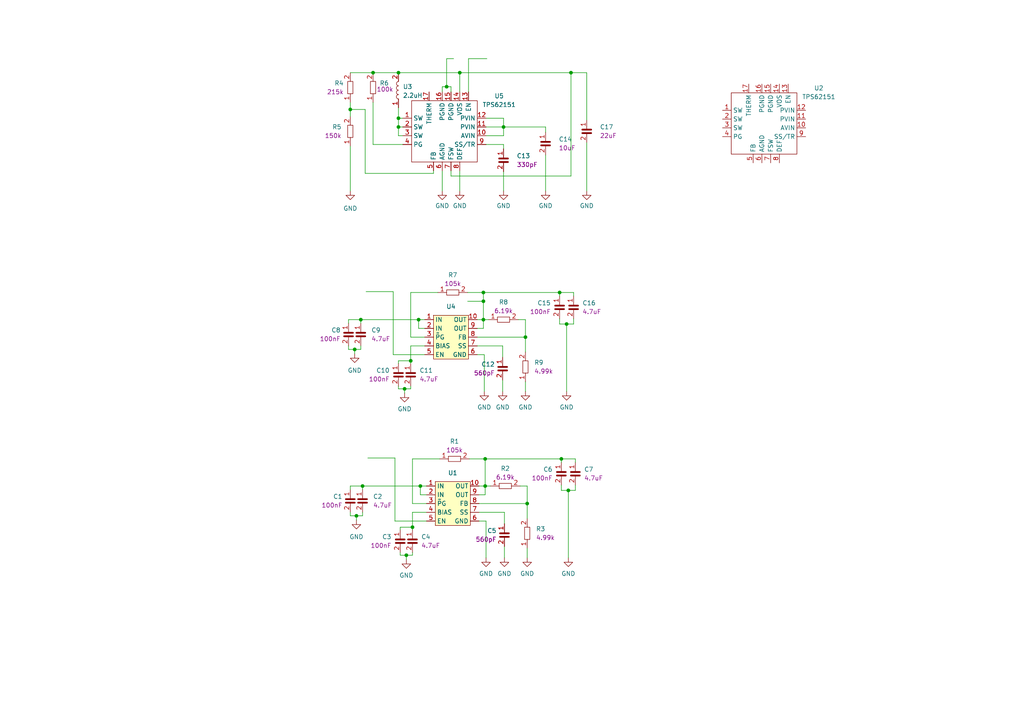
<source format=kicad_sch>
(kicad_sch (version 20230121) (generator eeschema)
  (paper "A4")
  (lib_symbols
    (symbol "Jojos_Lib:C0402_100nF_50V" (pin_names (offset 1.016))
      (property "Reference" "C" (at -3.81 0 90))
      (property "Val" "100nF" (at 3.81 0 90))
      (symbol "C0402_100nF_50V_1_1"
        (polyline (pts (xy -1.27 -0.508) (xy 1.27 -0.508)) (stroke (width 0.508)))
        (polyline (pts (xy -1.27 0.508) (xy 1.27 0.508)) (stroke (width 0.508)))
        (pin passive line (at 0 3.302 270) (length 2.54) (name "~") (number "1"))
        (pin passive line (at 0 -3.302 90) (length 2.54) (name "~") (number "2"))
      )
    )
    (symbol "Jojos_Lib:C0402_10uF_6.3V" (pin_names (offset 1.016))
      (property "Reference" "C" (at -3.81 0 90))
      (property "Val" "10uF" (at 3.81 0 90))
      (symbol "C0402_10uF_6.3V_1_1"
        (polyline (pts (xy -1.27 -0.508) (xy 1.27 -0.508)) (stroke (width 0.508)))
        (polyline (pts (xy -1.27 0.508) (xy 1.27 0.508)) (stroke (width 0.508)))
        (pin passive line (at 0 3.302 270) (length 2.54) (name "~") (number "1"))
        (pin passive line (at 0 -3.302 90) (length 2.54) (name "~") (number "2"))
      )
    )
    (symbol "Jojos_Lib:C0402_22uF_6.3V" (pin_names (offset 1.016))
      (property "Reference" "C" (at -3.81 0 90))
      (property "Val" "22uF" (at 3.81 0 90))
      (symbol "C0402_22uF_6.3V_1_1"
        (polyline (pts (xy -1.27 -0.508) (xy 1.27 -0.508)) (stroke (width 0.508)))
        (polyline (pts (xy -1.27 0.508) (xy 1.27 0.508)) (stroke (width 0.508)))
        (pin passive line (at 0 3.302 270) (length 2.54) (name "~") (number "1"))
        (pin passive line (at 0 -3.302 90) (length 2.54) (name "~") (number "2"))
      )
    )
    (symbol "Jojos_Lib:C0402_330pF_25V" (pin_names (offset 1.016))
      (property "Reference" "C" (at -3.81 0 90))
      (property "Val" "330pF" (at 3.81 0 90))
      (symbol "C0402_330pF_25V_1_1"
        (polyline (pts (xy -1.27 -0.508) (xy 1.27 -0.508)) (stroke (width 0.508)))
        (polyline (pts (xy -1.27 0.508) (xy 1.27 0.508)) (stroke (width 0.508)))
        (pin passive line (at 0 3.302 270) (length 2.54) (name "~") (number "1"))
        (pin passive line (at 0 -3.302 90) (length 2.54) (name "~") (number "2"))
      )
    )
    (symbol "Jojos_Lib:C0402_4.7uF_6.3V" (pin_names (offset 1.016))
      (property "Reference" "C" (at -3.81 0 90))
      (property "Val" "4.7uF" (at 3.81 0 90))
      (symbol "C0402_4.7uF_6.3V_1_1"
        (polyline (pts (xy -1.27 -0.508) (xy 1.27 -0.508)) (stroke (width 0.508)))
        (polyline (pts (xy -1.27 0.508) (xy 1.27 0.508)) (stroke (width 0.508)))
        (pin passive line (at 0 3.302 270) (length 2.54) (name "~") (number "1"))
        (pin passive line (at 0 -3.302 90) (length 2.54) (name "~") (number "2"))
      )
    )
    (symbol "Jojos_Lib:C0402_560pF_10V" (pin_names (offset 1.016))
      (property "Reference" "C" (at -3.81 0 90))
      (property "Val" "560pF" (at 3.81 0 90))
      (symbol "C0402_560pF_10V_1_1"
        (polyline (pts (xy -1.27 -0.508) (xy 1.27 -0.508)) (stroke (width 0.508)))
        (polyline (pts (xy -1.27 0.508) (xy 1.27 0.508)) (stroke (width 0.508)))
        (pin passive line (at 0 3.302 270) (length 2.54) (name "~") (number "1"))
        (pin passive line (at 0 -3.302 90) (length 2.54) (name "~") (number "2"))
      )
    )
    (symbol "Jojos_Lib:L2.2uH"
      (property "Reference" "U" (at -0.508 5.588 0))
      (property "Value" "2.2uH" (at -0.254 -2.54 0))
      (symbol "L2.2uH_0_1"
        (arc (start -1.27 0) (mid -1.905 0.6021) (end -2.54 0))
        (arc (start 0 0) (mid -0.635 0.5987) (end -1.27 0))
        (arc (start 1.27 0) (mid 0.635 0.5956) (end 0 0))
        (arc (start 2.54 0) (mid 1.905 0.5821) (end 1.27 0))
      )
      (symbol "L2.2uH_1_1"
        (pin input line (at -5.08 0 0) (length 2.54) (name "~") (number "1"))
        (pin input line (at 5.08 0 180) (length 2.54) (name "~") (number "2"))
      )
    )
    (symbol "Jojos_Lib:R0402_100k" (pin_names (offset 0.762))
      (property "Reference" "R" (at -0.381 2.54 0))
      (property "Val" "100k" (at 0.254 -2.54 0))
      (symbol "R0402_100k_0_1"
        (polyline (pts (xy -1.778 0.762) (xy 1.778 0.762) (xy 1.778 -0.762) (xy -1.778 -0.762) (xy -1.778 0.762)) (stroke (width 0.1524)))
      )
      (symbol "R0402_100k_1_0"
        (pin passive line (at -4.318 0 0) (length 2.54) (name "~") (number "1"))
        (pin passive line (at 4.318 0 180) (length 2.54) (name "~") (number "2"))
      )
    )
    (symbol "Jojos_Lib:R0402_105k" (pin_names (offset 0.762))
      (property "Reference" "R" (at -0.508 2.54 0))
      (property "Val" "105k" (at 0.508 -2.54 0))
      (symbol "R0402_105k_0_1"
        (polyline (pts (xy -1.778 0.762) (xy 1.778 0.762) (xy 1.778 -0.762) (xy -1.778 -0.762) (xy -1.778 0.762)) (stroke (width 0.1524)))
      )
      (symbol "R0402_105k_1_0"
        (pin passive line (at -4.318 0 0) (length 2.54) (name "~") (number "1"))
        (pin passive line (at 4.318 0 180) (length 2.54) (name "~") (number "2"))
      )
    )
    (symbol "Jojos_Lib:R0402_150k" (pin_names (offset 0.762))
      (property "Reference" "R" (at -0.635 2.54 0))
      (property "Val" "150k" (at 0 -2.54 0))
      (symbol "R0402_150k_0_1"
        (polyline (pts (xy -1.778 0.762) (xy 1.778 0.762) (xy 1.778 -0.762) (xy -1.778 -0.762) (xy -1.778 0.762)) (stroke (width 0.1524)))
      )
      (symbol "R0402_150k_1_0"
        (pin passive line (at -4.318 0 0) (length 2.54) (name "~") (number "1"))
        (pin passive line (at 4.318 0 180) (length 2.54) (name "~") (number "2"))
      )
    )
    (symbol "Jojos_Lib:R0402_215k" (pin_names (offset 0.762))
      (property "Reference" "R" (at -0.635 2.54 0))
      (property "Val" "215k" (at 0 -2.54 0))
      (symbol "R0402_215k_0_1"
        (polyline (pts (xy -1.778 0.762) (xy 1.778 0.762) (xy 1.778 -0.762) (xy -1.778 -0.762) (xy -1.778 0.762)) (stroke (width 0.1524)))
      )
      (symbol "R0402_215k_1_0"
        (pin passive line (at -4.318 0 0) (length 2.54) (name "~") (number "1"))
        (pin passive line (at 4.318 0 180) (length 2.54) (name "~") (number "2"))
      )
    )
    (symbol "Jojos_Lib:R0402_4.99k" (pin_names (offset 0.762))
      (property "Reference" "R" (at 8.255 2.54 0))
      (property "Val" "4.99k" (at 0 -2.032 0))
      (symbol "R0402_4.99k_0_1"
        (polyline (pts (xy -1.778 0.762) (xy 1.778 0.762) (xy 1.778 -0.762) (xy -1.778 -0.762) (xy -1.778 0.762)) (stroke (width 0.1524)))
      )
      (symbol "R0402_4.99k_1_0"
        (pin passive line (at -4.318 0 0) (length 2.54) (name "~") (number "1"))
        (pin passive line (at 4.318 0 180) (length 2.54) (name "~") (number "2"))
      )
    )
    (symbol "Jojos_Lib:R0402_6.19k" (pin_names (offset 0.762))
      (property "Reference" "R" (at -0.635 2.54 0))
      (property "Val" "6.19k" (at 0 -2.54 0))
      (symbol "R0402_6.19k_0_1"
        (polyline (pts (xy -1.778 0.762) (xy 1.778 0.762) (xy 1.778 -0.762) (xy -1.778 -0.762) (xy -1.778 0.762)) (stroke (width 0.1524)))
      )
      (symbol "R0402_6.19k_1_0"
        (pin passive line (at -4.318 0 0) (length 2.54) (name "~") (number "1"))
        (pin passive line (at 4.318 0 180) (length 2.54) (name "~") (number "2"))
      )
    )
    (symbol "Jojos_Lib:TPS62151"
      (property "Reference" "U" (at 0 0 0))
      (property "Value" "TPS62151" (at 2.54 -5.08 0))
      (symbol "TPS62151_0_0"
        (text_box "" (at -10.16 10.16 0) (size 19.05 -17.78) (fill (type color)) (effects (font (size 1.27 1.27)) (justify left top)))
      )
      (symbol "TPS62151_1_1"
        (pin output line (at -12.7 5.08 0) (length 2.54) (name "SW") (number "1"))
        (pin power_in line (at 11.43 0 180) (length 2.54) (name "AVIN") (number "10"))
        (pin power_in line (at 11.43 2.54 180) (length 2.54) (name "PVIN") (number "11"))
        (pin power_in line (at 11.43 5.08 180) (length 2.54) (name "PVIN") (number "12"))
        (pin input line (at 6.35 12.7 270) (length 2.54) (name "EN") (number "13"))
        (pin input line (at 3.81 12.7 270) (length 2.54) (name "VOS") (number "14"))
        (pin power_in line (at 1.27 12.7 270) (length 2.54) (name "PGND") (number "15"))
        (pin power_in line (at -1.27 12.7 270) (length 2.54) (name "PGND") (number "16"))
        (pin passive line (at -5.08 12.7 270) (length 2.54) (name "THERM") (number "17"))
        (pin output line (at -12.7 2.54 0) (length 2.54) (name "SW") (number "2"))
        (pin output line (at -12.7 0 0) (length 2.54) (name "SW") (number "3"))
        (pin output line (at -12.7 -2.54 0) (length 2.54) (name "PG") (number "4"))
        (pin input line (at -3.81 -10.16 90) (length 2.54) (name "FB") (number "5"))
        (pin power_in line (at -1.27 -10.16 90) (length 2.54) (name "AGND") (number "6"))
        (pin input line (at 1.27 -10.16 90) (length 2.54) (name "FSW") (number "7"))
        (pin input line (at 3.81 -10.16 90) (length 2.54) (name "DEF") (number "8"))
        (pin input line (at 11.43 -2.54 180) (length 2.54) (name "SS/TR") (number "9"))
      )
    )
    (symbol "Jojos_Lib:TPS74801DRCR"
      (property "Reference" "U" (at 3.81 -1.27 0))
      (symbol "TPS74801DRCR_0_1"
        (rectangle (start -1.27 5.08) (end -1.27 5.08))
      )
      (symbol "TPS74801DRCR_1_1"
        (rectangle (start -1.27 5.08) (end 8.89 -7.62) (fill (type background)))
        (pin power_in line (at -3.81 3.81 0) (length 2.54) (name "IN") (number "1"))
        (pin power_out line (at 11.43 3.81 180) (length 2.54) (name "OUT") (number "10"))
        (pin power_in line (at -3.81 1.27 0) (length 2.54) (name "IN") (number "2"))
        (pin open_collector line (at -3.81 -1.27 0) (length 2.54) (name "PG") (number "3"))
        (pin input line (at -3.81 -3.81 0) (length 2.54) (name "BIAS") (number "4"))
        (pin input line (at -3.81 -6.35 0) (length 2.54) (name "EN") (number "5"))
        (pin power_in line (at 11.43 -6.35 180) (length 2.54) (name "GND") (number "6"))
        (pin passive line (at 11.43 -3.81 180) (length 2.54) (name "SS") (number "7"))
        (pin passive line (at 11.43 -1.27 180) (length 2.54) (name "FB") (number "8"))
        (pin power_out line (at 11.43 1.27 180) (length 2.54) (name "OUT") (number "9"))
      )
    )
    (symbol "power:GND" (power) (pin_names (offset 0))
      (property "Value" "GND" (at 0 -3.81 0))
      (symbol "GND_0_1"
        (polyline (pts (xy 0 0) (xy 0 -1.27) (xy 1.27 -1.27) (xy 0 -2.54) (xy -1.27 -1.27) (xy 0 -1.27)))
      )
      (symbol "GND_1_1"
        (pin power_in line (at 0 0 270) (length 0) hide (name "GND") (number "1"))
      )
    )
  )
  (junction (at 164.338 93.98))
  (junction (at 152.908 146.05))
  (junction (at 108.204 21.082))
  (junction (at 121.92 140.97))
  (junction (at 102.87 101.346))
  (junction (at 162.306 84.836))
  (junction (at 101.6 31.75))
  (junction (at 119.634 152.908))
  (junction (at 140.716 133.096))
  (junction (at 140.208 92.71))
  (junction (at 119.126 104.648))
  (junction (at 115.57 36.83))
  (junction (at 129.54 25.146))
  (junction (at 162.814 133.096))
  (junction (at 133.35 21.082))
  (junction (at 140.208 84.836))
  (junction (at 104.648 92.71))
  (junction (at 121.412 92.71))
  (junction (at 152.4 97.79))
  (junction (at 103.378 149.606))
  (junction (at 105.156 140.97))
  (junction (at 140.208 87.376))
  (junction (at 146.05 36.83))
  (junction (at 140.716 140.97))
  (junction (at 165.608 21.082))
  (junction (at 117.856 161.036))
  (junction (at 115.57 21.082))
  (junction (at 115.57 34.29))
  (junction (at 164.846 142.24))
  (junction (at 117.348 112.776))
  (wire (pts (xy 125.73 50.292) (xy 125.73 49.53)))
  (wire (pts (xy 152.4 110.744) (xy 152.4 113.538)))
  (wire (pts (xy 119.126 84.836) (xy 119.126 97.79)))
  (wire (pts (xy 140.716 143.51) (xy 140.716 140.97)))
  (wire (pts (xy 106.172 84.582) (xy 114.046 84.582)))
  (wire (pts (xy 146.304 158.496) (xy 146.304 161.798)))
  (wire (pts (xy 152.908 146.05) (xy 152.908 150.368)))
  (wire (pts (xy 129.54 25.146) (xy 129.54 17.018)))
  (wire (pts (xy 114.046 102.87) (xy 114.046 84.582)))
  (wire (pts (xy 105.156 140.97) (xy 105.156 141.986)))
  (wire (pts (xy 119.126 104.648) (xy 119.126 105.41)))
  (wire (pts (xy 101.092 92.71) (xy 104.648 92.71)))
  (wire (pts (xy 116.078 152.908) (xy 119.634 152.908)))
  (wire (pts (xy 115.57 112.776) (xy 115.57 112.014)))
  (wire (pts (xy 105.918 31.75) (xy 105.918 50.292)))
  (wire (pts (xy 101.6 29.718) (xy 101.6 31.75)))
  (wire (pts (xy 115.57 21.082) (xy 133.35 21.082)))
  (wire (pts (xy 104.648 92.71) (xy 104.648 93.726)))
  (wire (pts (xy 119.126 97.79) (xy 123.19 97.79)))
  (wire (pts (xy 101.6 149.606) (xy 101.6 148.59)))
  (wire (pts (xy 101.6 140.97) (xy 105.156 140.97)))
  (wire (pts (xy 117.348 112.776) (xy 119.126 112.776)))
  (wire (pts (xy 121.92 140.97) (xy 123.698 140.97)))
  (wire (pts (xy 140.208 95.25) (xy 140.208 92.71)))
  (wire (pts (xy 119.634 152.908) (xy 119.634 153.67)))
  (wire (pts (xy 146.05 49.784) (xy 146.05 55.372)))
  (wire (pts (xy 103.378 149.606) (xy 103.378 150.876)))
  (wire (pts (xy 105.156 140.97) (xy 121.92 140.97)))
  (wire (pts (xy 166.37 92.456) (xy 166.37 93.98)))
  (wire (pts (xy 140.97 151.13) (xy 140.97 161.798)))
  (wire (pts (xy 115.57 31.242) (xy 115.57 34.29)))
  (wire (pts (xy 117.348 112.776) (xy 117.348 114.046)))
  (wire (pts (xy 119.634 161.036) (xy 119.634 160.274)))
  (wire (pts (xy 138.43 95.25) (xy 140.208 95.25)))
  (wire (pts (xy 119.634 133.096) (xy 119.634 146.05)))
  (wire (pts (xy 101.6 31.75) (xy 101.6 33.782)))
  (wire (pts (xy 146.05 36.83) (xy 146.05 39.37)))
  (wire (pts (xy 140.97 39.37) (xy 146.05 39.37)))
  (wire (pts (xy 162.814 140.716) (xy 162.814 142.24)))
  (wire (pts (xy 101.6 141.986) (xy 101.6 140.97)))
  (wire (pts (xy 129.54 17.018) (xy 131.572 17.018)))
  (wire (pts (xy 133.35 21.082) (xy 165.608 21.082)))
  (wire (pts (xy 130.81 49.53) (xy 130.81 51.054)))
  (wire (pts (xy 150.876 140.97) (xy 152.908 140.97)))
  (wire (pts (xy 162.306 93.98) (xy 164.338 93.98)))
  (wire (pts (xy 170.18 21.082) (xy 170.18 34.798)))
  (wire (pts (xy 117.856 161.036) (xy 119.634 161.036)))
  (wire (pts (xy 164.338 93.98) (xy 164.338 113.538)))
  (wire (pts (xy 101.6 149.606) (xy 103.378 149.606)))
  (wire (pts (xy 101.6 42.418) (xy 101.6 55.372)))
  (wire (pts (xy 145.796 100.33) (xy 145.796 103.632)))
  (wire (pts (xy 121.412 92.71) (xy 121.412 95.25)))
  (wire (pts (xy 170.18 41.402) (xy 170.18 55.372)))
  (wire (pts (xy 117.856 161.036) (xy 117.856 162.306)))
  (wire (pts (xy 146.05 36.83) (xy 146.05 34.29)))
  (wire (pts (xy 114.554 151.13) (xy 114.554 132.842)))
  (wire (pts (xy 165.608 21.082) (xy 170.18 21.082)))
  (wire (pts (xy 165.608 21.082) (xy 165.608 51.054)))
  (wire (pts (xy 115.57 104.648) (xy 119.126 104.648)))
  (wire (pts (xy 121.92 143.51) (xy 123.698 143.51)))
  (wire (pts (xy 101.092 101.346) (xy 101.092 100.33)))
  (wire (pts (xy 162.814 134.112) (xy 162.814 133.096)))
  (wire (pts (xy 145.796 110.236) (xy 145.796 113.538)))
  (wire (pts (xy 105.156 149.606) (xy 105.156 148.59)))
  (wire (pts (xy 138.43 97.79) (xy 152.4 97.79)))
  (wire (pts (xy 135.636 87.376) (xy 140.208 87.376)))
  (wire (pts (xy 133.35 26.67) (xy 133.35 21.082)))
  (wire (pts (xy 119.126 112.776) (xy 119.126 112.014)))
  (wire (pts (xy 101.092 93.726) (xy 101.092 92.71)))
  (wire (pts (xy 130.81 51.054) (xy 165.608 51.054)))
  (wire (pts (xy 103.378 149.606) (xy 105.156 149.606)))
  (wire (pts (xy 164.846 142.24) (xy 164.846 161.798)))
  (wire (pts (xy 115.57 39.37) (xy 116.84 39.37)))
  (wire (pts (xy 140.208 92.71) (xy 141.732 92.71)))
  (wire (pts (xy 115.57 34.29) (xy 116.84 34.29)))
  (wire (pts (xy 104.648 101.346) (xy 104.648 100.33)))
  (wire (pts (xy 140.208 84.836) (xy 140.208 87.376)))
  (wire (pts (xy 106.68 132.842) (xy 114.554 132.842)))
  (wire (pts (xy 129.54 25.146) (xy 128.27 25.146)))
  (wire (pts (xy 130.81 25.146) (xy 130.81 26.67)))
  (wire (pts (xy 150.368 92.71) (xy 152.4 92.71)))
  (wire (pts (xy 158.242 36.83) (xy 158.242 38.354)))
  (wire (pts (xy 127.508 133.096) (xy 119.634 133.096)))
  (wire (pts (xy 152.908 140.97) (xy 152.908 146.05)))
  (wire (pts (xy 164.846 142.24) (xy 166.878 142.24)))
  (wire (pts (xy 162.306 84.836) (xy 166.37 84.836)))
  (wire (pts (xy 136.144 133.096) (xy 140.716 133.096)))
  (wire (pts (xy 140.462 102.87) (xy 140.462 113.538)))
  (wire (pts (xy 123.19 102.87) (xy 114.046 102.87)))
  (wire (pts (xy 116.078 161.036) (xy 117.856 161.036)))
  (wire (pts (xy 138.43 100.33) (xy 145.796 100.33)))
  (wire (pts (xy 158.242 44.958) (xy 158.242 55.372)))
  (wire (pts (xy 138.938 151.13) (xy 140.97 151.13)))
  (wire (pts (xy 152.4 97.79) (xy 152.4 102.108)))
  (wire (pts (xy 119.634 152.908) (xy 119.634 148.59)))
  (wire (pts (xy 140.208 87.376) (xy 140.208 92.71)))
  (wire (pts (xy 135.636 84.836) (xy 140.208 84.836)))
  (wire (pts (xy 138.938 146.05) (xy 152.908 146.05)))
  (wire (pts (xy 108.204 41.91) (xy 116.84 41.91)))
  (wire (pts (xy 121.412 92.71) (xy 123.19 92.71)))
  (wire (pts (xy 140.97 36.83) (xy 146.05 36.83)))
  (wire (pts (xy 140.208 84.836) (xy 162.306 84.836)))
  (wire (pts (xy 105.918 50.292) (xy 125.73 50.292)))
  (wire (pts (xy 166.37 84.836) (xy 166.37 85.852)))
  (wire (pts (xy 108.204 29.718) (xy 108.204 41.91)))
  (wire (pts (xy 140.208 92.71) (xy 138.43 92.71)))
  (wire (pts (xy 119.634 146.05) (xy 123.698 146.05)))
  (wire (pts (xy 108.204 21.082) (xy 115.57 21.082)))
  (wire (pts (xy 162.306 92.456) (xy 162.306 93.98)))
  (wire (pts (xy 140.97 34.29) (xy 146.05 34.29)))
  (wire (pts (xy 146.05 41.91) (xy 140.97 41.91)))
  (wire (pts (xy 115.57 34.29) (xy 115.57 36.83)))
  (wire (pts (xy 115.57 36.83) (xy 116.84 36.83)))
  (wire (pts (xy 123.698 151.13) (xy 114.554 151.13)))
  (wire (pts (xy 133.35 49.53) (xy 133.35 55.372)))
  (wire (pts (xy 138.938 148.59) (xy 146.304 148.59)))
  (wire (pts (xy 162.814 133.096) (xy 166.878 133.096)))
  (wire (pts (xy 162.814 142.24) (xy 164.846 142.24)))
  (wire (pts (xy 116.078 161.036) (xy 116.078 160.274)))
  (wire (pts (xy 164.338 93.98) (xy 166.37 93.98)))
  (wire (pts (xy 135.89 26.67) (xy 135.89 17.018)))
  (wire (pts (xy 166.878 140.716) (xy 166.878 142.24)))
  (wire (pts (xy 101.6 31.75) (xy 105.918 31.75)))
  (wire (pts (xy 138.43 102.87) (xy 140.462 102.87)))
  (wire (pts (xy 135.89 17.018) (xy 141.224 17.018)))
  (wire (pts (xy 140.716 133.096) (xy 140.716 140.97)))
  (wire (pts (xy 119.634 148.59) (xy 123.698 148.59)))
  (wire (pts (xy 130.81 25.146) (xy 129.54 25.146)))
  (wire (pts (xy 152.908 159.004) (xy 152.908 161.798)))
  (wire (pts (xy 121.412 95.25) (xy 123.19 95.25)))
  (wire (pts (xy 101.092 101.346) (xy 102.87 101.346)))
  (wire (pts (xy 102.87 101.346) (xy 104.648 101.346)))
  (wire (pts (xy 146.05 41.91) (xy 146.05 43.18)))
  (wire (pts (xy 115.57 112.776) (xy 117.348 112.776)))
  (wire (pts (xy 104.648 92.71) (xy 121.412 92.71)))
  (wire (pts (xy 119.126 104.648) (xy 119.126 100.33)))
  (wire (pts (xy 162.306 85.852) (xy 162.306 84.836)))
  (wire (pts (xy 102.87 101.346) (xy 102.87 102.616)))
  (wire (pts (xy 128.27 25.146) (xy 128.27 26.67)))
  (wire (pts (xy 128.27 49.53) (xy 128.27 55.372)))
  (wire (pts (xy 127 84.836) (xy 119.126 84.836)))
  (wire (pts (xy 166.878 133.096) (xy 166.878 134.112)))
  (wire (pts (xy 140.716 140.97) (xy 142.24 140.97)))
  (wire (pts (xy 115.57 36.83) (xy 115.57 39.37)))
  (wire (pts (xy 116.078 153.67) (xy 116.078 152.908)))
  (wire (pts (xy 121.92 140.97) (xy 121.92 143.51)))
  (wire (pts (xy 140.716 140.97) (xy 138.938 140.97)))
  (wire (pts (xy 146.304 148.59) (xy 146.304 151.892)))
  (wire (pts (xy 140.716 133.096) (xy 162.814 133.096)))
  (wire (pts (xy 138.938 143.51) (xy 140.716 143.51)))
  (wire (pts (xy 146.05 36.83) (xy 158.242 36.83)))
  (wire (pts (xy 101.6 21.082) (xy 108.204 21.082)))
  (wire (pts (xy 115.57 105.41) (xy 115.57 104.648)))
  (wire (pts (xy 119.126 100.33) (xy 123.19 100.33)))
  (wire (pts (xy 152.4 92.71) (xy 152.4 97.79)))
  (symbol (lib_id "power:GND") (at 146.05 55.372 0) (unit 1)
    (property "Reference" "#PWR03" (effects hide))
    (property "Value" "GND" (at 146.05 59.69 0))
  )
  (symbol (lib_id "Jojos_Lib:R0402_6.19k") (at 146.05 92.71 0) (unit 1)
    (property "Reference" "R8" (at 146.05 87.63 0))
    (property "Value" "R0402_6.19k" (effects hide))
    (property "Footprint" "Resistor_SMD:R_0402_1005Metric" (effects hide))
    (property "Description" "Res 0402 6.19k 1%" (effects hide))
    (property "Height" "0.55" (effects hide))
    (property "Mouser Part Number" "652-CR0402-FX6191GLF" (effects hide))
    (property "Manufacturer_Part_Number" "CR0402-FX6191GLF" (effects hide))
    (property "Val" "6.19k" (at 146.05 90.17 0))
  )
  (symbol (lib_id "Jojos_Lib:C0402_100nF_50V") (at 101.092 97.028 0) (unit 1)
    (property "Reference" "C8" (at 98.806 95.758 0) (effects (justify right)))
    (property "Value" "C0402_100nF_50V" (effects hide))
    (property "Footprint" "Capacitor_SMD:C_0402_1005Metric" (effects hide))
    (property "Mouser Part Number" "581-04025C104KAT4A" (effects hide))
    (property "Place" "Yes" (effects hide))
    (property "Val" "100nF" (at 98.806 98.298 0) (effects (justify right)))
  )
  (symbol (lib_id "Jojos_Lib:R0402_215k") (at 101.6 25.4 90) (unit 1)
    (property "Reference" "R4" (at 99.695 24.13 90) (effects (justify left)))
    (property "Value" "R0402_215k" (effects hide))
    (property "Footprint" "Resistor_SMD:R_0402_1005Metric" (effects hide))
    (property "Description" "Res 0402 215k 1%" (effects hide))
    (property "Height" "0.55" (effects hide))
    (property "Mouser Part Number" "652-CR0402FX2153GLF" (effects hide))
    (property "Manufacturer_Part_Number" "CR0402FX2153GLF" (effects hide))
    (property "Val" "215k" (at 99.695 26.67 90) (effects (justify left)))
  )
  (symbol (lib_id "Jojos_Lib:L2.2uH") (at 115.57 26.162 90) (unit 1)
    (property "Reference" "U3" (at 116.84 25.146 90) (effects (justify right)))
    (property "Value" "2.2uH" (at 116.84 27.686 90) (effects (justify right)))
    (property "Footprint" "Inductor_SMD:L_Coilcraft_XAL60xx_6.36x6.56mm" (effects hide))
    (property "Mouser Part Number" " 710-78439344022" (effects hide))
  )
  (symbol (lib_id "power:GND") (at 128.27 55.372 0) (unit 1)
    (property "Reference" "#PWR01" (effects hide))
    (property "Value" "GND" (at 128.27 59.69 0))
  )
  (symbol (lib_id "power:GND") (at 117.348 114.046 0) (unit 1)
    (property "Reference" "#PWR06" (effects hide))
    (property "Value" "GND" (at 117.348 118.618 0))
  )
  (symbol (lib_id "Jojos_Lib:TPS74801DRCR") (at 127.508 144.78 0) (unit 1)
    (property "Reference" "U1" (at 131.318 137.16 0))
    (property "Value" "~" (at 127.508 144.78 0))
    (property "Footprint" "Package_SON:VSON-10-1EP_3x3mm_P0.5mm_EP1.65x2.4mm" (effects hide))
    (property "Mouser Part Number" "595-TPS74801DRCR " (effects hide))
    (property "Place" "yes" (effects hide))
  )
  (symbol (lib_id "power:GND") (at 146.304 161.798 0) (unit 1)
    (property "Reference" "#PWR015" (effects hide))
    (property "Value" "GND" (at 146.304 166.37 0))
  )
  (symbol (lib_id "power:GND") (at 164.338 113.538 0) (unit 1)
    (property "Reference" "#PWR011" (effects hide))
    (property "Value" "GND" (at 164.338 118.11 0))
  )
  (symbol (lib_id "Jojos_Lib:C0402_330pF_25V") (at 146.05 46.482 0) (unit 1)
    (property "Reference" "C13" (at 149.86 45.212 0) (effects (justify left)))
    (property "Value" "C0402_330p_25V" (effects hide))
    (property "Footprint" "Capacitor_SMD:C_0402_1005Metric" (effects hide))
    (property "Mouser Part Number" "80-C0402C331K3R" (effects hide))
    (property "Place" "Yes" (effects hide))
    (property "Val" "330pF" (at 149.86 47.752 0) (effects (justify left)))
  )
  (symbol (lib_id "power:GND") (at 164.846 161.798 0) (unit 1)
    (property "Reference" "#PWR017" (effects hide))
    (property "Value" "GND" (at 164.846 166.37 0))
  )
  (symbol (lib_id "power:GND") (at 102.87 102.616 0) (unit 1)
    (property "Reference" "#PWR07" (effects hide))
    (property "Value" "GND" (at 102.87 107.442 0))
  )
  (symbol (lib_id "Jojos_Lib:R0402_150k") (at 101.6 38.1 90) (unit 1)
    (property "Reference" "R5" (at 99.06 36.83 90) (effects (justify left)))
    (property "Value" "R0402_150k" (effects hide))
    (property "Footprint" "Resistor_SMD:R_0402_1005Metric" (effects hide))
    (property "Description" "Res 0402 150k 1%" (effects hide))
    (property "Height" "0.55" (effects hide))
    (property "Mouser Part Number" "652-CR0402FX-1503GLF" (effects hide))
    (property "Manufacturer_Part_Number" "CR0402FX-1503GLF" (effects hide))
    (property "Val" "150k" (at 99.06 39.37 90) (effects (justify left)))
  )
  (symbol (lib_id "Jojos_Lib:C0402_100nF_50V") (at 101.6 145.288 0) (unit 1)
    (property "Reference" "C1" (at 99.314 144.018 0) (effects (justify right)))
    (property "Value" "C0402_100nF_50V" (effects hide))
    (property "Footprint" "Capacitor_SMD:C_0402_1005Metric" (effects hide))
    (property "Mouser Part Number" "581-04025C104KAT4A" (effects hide))
    (property "Place" "Yes" (effects hide))
    (property "Val" "100nF" (at 99.314 146.558 0) (effects (justify right)))
  )
  (symbol (lib_id "Jojos_Lib:C0402_4.7uF_6.3V") (at 119.634 156.972 0) (unit 1)
    (property "Reference" "C4" (at 122.174 155.702 0) (effects (justify left)))
    (property "Value" "C0402_4.7uF_6.3V" (effects hide))
    (property "Footprint" "Capacitor_SMD:C_0402_1005Metric" (effects hide))
    (property "Mouser Part Number" "581-04026D475MAT2A" (effects hide))
    (property "Place" "Yes" (effects hide))
    (property "Val" "4.7uF" (at 122.174 158.242 0) (effects (justify left)))
  )
  (symbol (lib_id "power:GND") (at 145.796 113.538 0) (unit 1)
    (property "Reference" "#PWR09" (effects hide))
    (property "Value" "GND" (at 145.796 118.11 0))
  )
  (symbol (lib_id "power:GND") (at 158.242 55.372 0) (unit 1)
    (property "Reference" "#PWR04" (effects hide))
    (property "Value" "GND" (at 158.242 59.69 0))
  )
  (symbol (lib_id "Jojos_Lib:R0402_4.99k") (at 152.4 106.426 90) (unit 1)
    (property "Reference" "R9" (at 154.94 105.156 90) (effects (justify right)))
    (property "Value" "R0402_4.99k" (effects hide))
    (property "Footprint" "Resistor_SMD:R_0402_1005Metric" (effects hide))
    (property "Description" "Res 0402 4.99k 1%" (effects hide))
    (property "Height" "0.55" (effects hide))
    (property "Mouser Part Number" "71-RCS04024K99FKED" (effects hide))
    (property "Manufacturer_Part_Number" "RCS04024K99FKED" (effects hide))
    (property "Val" "4.99k" (at 154.94 107.696 90) (effects (justify right)))
  )
  (symbol (lib_id "power:GND") (at 133.35 55.372 0) (unit 1)
    (property "Reference" "#PWR02" (effects hide))
    (property "Value" "GND" (at 133.35 59.69 0))
  )
  (symbol (lib_id "Jojos_Lib:R0402_105k") (at 131.318 84.836 0) (unit 1)
    (property "Reference" "R7" (at 131.318 79.756 0))
    (property "Value" "R0402_105k" (effects hide))
    (property "Footprint" "Resistor_SMD:R_0402_1005Metric" (effects hide))
    (property "Description" "Res 0402 105k 1%" (effects hide))
    (property "Height" "0.55" (effects hide))
    (property "Mouser Part Number" "71-CRCW0402-105K-E3" (effects hide))
    (property "Manufacturer_Part_Number" "CRCW0402-105K-E3" (effects hide))
    (property "Val" "105k" (at 131.318 82.296 0))
  )
  (symbol (lib_id "Jojos_Lib:C0402_4.7uF_6.3V") (at 104.648 97.028 0) (unit 1)
    (property "Reference" "C9" (at 107.696 95.758 0) (effects (justify left)))
    (property "Value" "C0402_4.7uF_6.3V" (effects hide))
    (property "Footprint" "Capacitor_SMD:C_0402_1005Metric" (effects hide))
    (property "Mouser Part Number" "581-04026D475MAT2A" (effects hide))
    (property "Place" "Yes" (effects hide))
    (property "Val" "4.7uF" (at 107.696 98.298 0) (effects (justify left)))
  )
  (symbol (lib_id "Jojos_Lib:TPS62151") (at 129.54 39.37 0) (unit 1)
    (property "Reference" "U5" (at 144.78 27.8383 0))
    (property "Value" "TPS62151" (at 144.78 30.3783 0))
    (property "Footprint" "Package_DFN_QFN:VQFN-16-1EP_3x3mm_P0.5mm_EP1.68x1.68mm" (effects hide))
    (property "Mouser Part Number" "595-TPS62150RGTR " (effects hide))
    (property "Place" "yes" (effects hide))
  )
  (symbol (lib_id "Jojos_Lib:C0402_100nF_50V") (at 116.078 156.972 0) (unit 1)
    (property "Reference" "C3" (at 113.538 155.702 0) (effects (justify right)))
    (property "Value" "C0402_100nF_50V" (effects hide))
    (property "Footprint" "Capacitor_SMD:C_0402_1005Metric" (effects hide))
    (property "Mouser Part Number" "581-04025C104KAT4A" (effects hide))
    (property "Place" "Yes" (effects hide))
    (property "Val" "100nF" (at 113.538 158.242 0) (effects (justify right)))
  )
  (symbol (lib_id "Jojos_Lib:C0402_4.7uF_6.3V") (at 166.878 137.414 0) (unit 1)
    (property "Reference" "C7" (at 169.418 136.144 0) (effects (justify left)))
    (property "Value" "C0402_4.7uF_6.3V" (effects hide))
    (property "Footprint" "Capacitor_SMD:C_0402_1005Metric" (effects hide))
    (property "Mouser Part Number" "581-04026D475MAT2A" (effects hide))
    (property "Place" "Yes" (effects hide))
    (property "Val" "4.7uF" (at 169.418 138.684 0) (effects (justify left)))
  )
  (symbol (lib_id "Jojos_Lib:C0402_4.7uF_6.3V") (at 166.37 89.154 0) (unit 1)
    (property "Reference" "C16" (at 168.91 87.884 0) (effects (justify left)))
    (property "Value" "C0402_4.7uF_6.3V" (effects hide))
    (property "Footprint" "Capacitor_SMD:C_0402_1005Metric" (effects hide))
    (property "Mouser Part Number" "581-04026D475MAT2A" (effects hide))
    (property "Place" "Yes" (effects hide))
    (property "Val" "4.7uF" (at 168.91 90.424 0) (effects (justify left)))
  )
  (symbol (lib_id "power:GND") (at 140.462 113.538 0) (unit 1)
    (property "Reference" "#PWR08" (effects hide))
    (property "Value" "GND" (at 140.462 118.11 0))
  )
  (symbol (lib_id "Jojos_Lib:C0402_560pF_10V") (at 146.304 155.194 0) (unit 1)
    (property "Reference" "C5" (at 144.018 153.924 0) (effects (justify right)))
    (property "Value" "C0402_560p_10V" (effects hide))
    (property "Footprint" "Capacitor_SMD:C_0402_1005Metric" (effects hide))
    (property "Mouser Part Number" "80-C0402C561K8GACTU" (effects hide))
    (property "Place" "Yes" (effects hide))
    (property "Val" "560pF" (at 144.018 156.464 0) (effects (justify right)))
  )
  (symbol (lib_id "power:GND") (at 117.856 162.306 0) (unit 1)
    (property "Reference" "#PWR013" (effects hide))
    (property "Value" "GND" (at 117.856 166.878 0))
  )
  (symbol (lib_id "Jojos_Lib:C0402_10uF_6.3V") (at 158.242 41.656 0) (unit 1)
    (property "Reference" "C14" (at 162.052 40.386 0) (effects (justify left)))
    (property "Value" "C0402_10uF_6.3V" (effects hide))
    (property "Footprint" "Capacitor_SMD:C_0402_1005Metric" (effects hide))
    (property "Mouser Part Number" "581-04026D106MAT2A" (effects hide))
    (property "Place" "Yes" (effects hide))
    (property "Val" "10uF" (at 162.052 42.926 0) (effects (justify left)))
  )
  (symbol (lib_id "Jojos_Lib:C0402_100nF_50V") (at 115.57 108.712 0) (unit 1)
    (property "Reference" "C10" (at 113.03 107.442 0) (effects (justify right)))
    (property "Value" "C0402_100nF_50V" (effects hide))
    (property "Footprint" "Capacitor_SMD:C_0402_1005Metric" (effects hide))
    (property "Mouser Part Number" "581-04025C104KAT4A" (effects hide))
    (property "Place" "Yes" (effects hide))
    (property "Val" "100nF" (at 113.03 109.982 0) (effects (justify right)))
  )
  (symbol (lib_id "Jojos_Lib:R0402_100k") (at 108.204 25.4 90) (unit 1)
    (property "Reference" "R6" (at 110.109 24.13 90) (effects (justify right)))
    (property "Value" "R0402_100k" (effects hide))
    (property "Footprint" "Resistor_SMD:R_0402_1005Metric" (effects hide))
    (property "Description" "Res 0402 100k 1%" (effects hide))
    (property "Height" "0.55" (effects hide))
    (property "Mouser Part Number" "652-CR0402FX-1003GLF" (effects hide))
    (property "Manufacturer_Part_Number" "CR0402FX-1003GLF" (effects hide))
    (property "Val" "100k" (at 109.22 25.908 90) (effects (justify right)))
  )
  (symbol (lib_id "power:GND") (at 170.18 55.372 0) (unit 1)
    (property "Reference" "#PWR05" (effects hide))
    (property "Value" "GND" (at 170.18 59.69 0))
  )
  (symbol (lib_id "Jojos_Lib:TPS62151") (at 222.25 37.084 0) (unit 1)
    (property "Reference" "U2" (at 237.49 25.5523 0))
    (property "Value" "TPS62151" (at 237.49 28.0923 0))
    (property "Footprint" "Package_DFN_QFN:VQFN-16-1EP_3x3mm_P0.5mm_EP1.68x1.68mm" (effects hide))
    (property "Mouser Part Number" "595-TPS62150RGTR " (effects hide))
    (property "Place" "yes" (effects hide))
  )
  (symbol (lib_id "power:GND") (at 101.6 55.372 0) (unit 1)
    (property "Reference" "#PWR018" (effects hide))
    (property "Value" "GND" (at 101.6 60.452 0))
  )
  (symbol (lib_id "Jojos_Lib:TPS74801DRCR") (at 127 96.52 0) (unit 1)
    (property "Reference" "U4" (at 130.81 88.9 0))
    (property "Value" "~" (at 127 96.52 0))
    (property "Footprint" "Package_SON:VSON-10-1EP_3x3mm_P0.5mm_EP1.65x2.4mm" (effects hide))
    (property "Mouser Part Number" "595-TPS74801DRCR " (effects hide))
    (property "Place" "yes" (effects hide))
  )
  (symbol (lib_id "Jojos_Lib:C0402_4.7uF_6.3V") (at 119.126 108.712 0) (unit 1)
    (property "Reference" "C11" (at 121.666 107.442 0) (effects (justify left)))
    (property "Value" "C0402_4.7uF_6.3V" (effects hide))
    (property "Footprint" "Capacitor_SMD:C_0402_1005Metric" (effects hide))
    (property "Mouser Part Number" "581-04026D475MAT2A" (effects hide))
    (property "Place" "Yes" (effects hide))
    (property "Val" "4.7uF" (at 121.666 109.982 0) (effects (justify left)))
  )
  (symbol (lib_id "Jojos_Lib:C0402_560pF_10V") (at 145.796 106.934 0) (unit 1)
    (property "Reference" "C12" (at 143.51 105.664 0) (effects (justify right)))
    (property "Value" "C0402_560p_10V" (effects hide))
    (property "Footprint" "Capacitor_SMD:C_0402_1005Metric" (effects hide))
    (property "Mouser Part Number" "80-C0402C561K8GACTU" (effects hide))
    (property "Place" "Yes" (effects hide))
    (property "Val" "560pF" (at 143.51 108.204 0) (effects (justify right)))
  )
  (symbol (lib_id "power:GND") (at 103.378 150.876 0) (unit 1)
    (property "Reference" "#PWR012" (effects hide))
    (property "Value" "GND" (at 103.378 155.702 0))
  )
  (symbol (lib_id "Jojos_Lib:R0402_4.99k") (at 152.908 154.686 90) (unit 1)
    (property "Reference" "R3" (at 155.448 153.416 90) (effects (justify right)))
    (property "Value" "R0402_4.99k" (effects hide))
    (property "Footprint" "Resistor_SMD:R_0402_1005Metric" (effects hide))
    (property "Description" "Res 0402 4.99k 1%" (effects hide))
    (property "Height" "0.55" (effects hide))
    (property "Mouser Part Number" "71-RCS04024K99FKED" (effects hide))
    (property "Manufacturer_Part_Number" "RCS04024K99FKED" (effects hide))
    (property "Val" "4.99k" (at 155.448 155.956 90) (effects (justify right)))
  )
  (symbol (lib_id "Jojos_Lib:C0402_22uF_6.3V") (at 170.18 38.1 0) (unit 1)
    (property "Reference" "C17" (at 173.99 36.83 0) (effects (justify left)))
    (property "Value" "C0402_22uF_6.3V" (effects hide))
    (property "Footprint" "Capacitor_SMD:C_0402_1005Metric" (effects hide))
    (property "Mouser Part Number" "581-04026D226MAT2A" (effects hide))
    (property "Place" "Yes" (effects hide))
    (property "Val" "22uF" (at 173.99 39.37 0) (effects (justify left)))
  )
  (symbol (lib_id "Jojos_Lib:R0402_105k") (at 131.826 133.096 0) (unit 1)
    (property "Reference" "R1" (at 131.826 128.016 0))
    (property "Value" "R0402_105k" (effects hide))
    (property "Footprint" "Resistor_SMD:R_0402_1005Metric" (effects hide))
    (property "Description" "Res 0402 105k 1%" (effects hide))
    (property "Height" "0.55" (effects hide))
    (property "Mouser Part Number" "71-CRCW0402-105K-E3" (effects hide))
    (property "Manufacturer_Part_Number" "CRCW0402-105K-E3" (effects hide))
    (property "Val" "105k" (at 131.826 130.556 0))
  )
  (symbol (lib_id "power:GND") (at 152.4 113.538 0) (unit 1)
    (property "Reference" "#PWR010" (effects hide))
    (property "Value" "GND" (at 152.4 118.11 0))
  )
  (symbol (lib_id "Jojos_Lib:C0402_100nF_50V") (at 162.814 137.414 0) (unit 1)
    (property "Reference" "C6" (at 160.274 136.144 0) (effects (justify right)))
    (property "Value" "C0402_100nF_50V" (effects hide))
    (property "Footprint" "Capacitor_SMD:C_0402_1005Metric" (effects hide))
    (property "Mouser Part Number" "581-04025C104KAT4A" (effects hide))
    (property "Place" "Yes" (effects hide))
    (property "Val" "100nF" (at 160.274 138.684 0) (effects (justify right)))
  )
  (symbol (lib_id "power:GND") (at 140.97 161.798 0) (unit 1)
    (property "Reference" "#PWR014" (effects hide))
    (property "Value" "GND" (at 140.97 166.37 0))
  )
  (symbol (lib_id "Jojos_Lib:C0402_4.7uF_6.3V") (at 105.156 145.288 0) (unit 1)
    (property "Reference" "C2" (at 108.204 144.018 0) (effects (justify left)))
    (property "Value" "C0402_4.7uF_6.3V" (effects hide))
    (property "Footprint" "Capacitor_SMD:C_0402_1005Metric" (effects hide))
    (property "Mouser Part Number" "581-04026D475MAT2A" (effects hide))
    (property "Place" "Yes" (effects hide))
    (property "Val" "4.7uF" (at 108.204 146.558 0) (effects (justify left)))
  )
  (symbol (lib_id "power:GND") (at 152.908 161.798 0) (unit 1)
    (property "Reference" "#PWR016" (effects hide))
    (property "Value" "GND" (at 152.908 166.37 0))
  )
  (symbol (lib_id "Jojos_Lib:R0402_6.19k") (at 146.558 140.97 0) (unit 1)
    (property "Reference" "R2" (at 146.558 135.89 0))
    (property "Value" "R0402_6.19k" (effects hide))
    (property "Footprint" "Resistor_SMD:R_0402_1005Metric" (effects hide))
    (property "Description" "Res 0402 6.19k 1%" (effects hide))
    (property "Height" "0.55" (effects hide))
    (property "Mouser Part Number" "652-CR0402-FX6191GLF" (effects hide))
    (property "Manufacturer_Part_Number" "CR0402-FX6191GLF" (effects hide))
    (property "Val" "6.19k" (at 146.558 138.43 0))
  )
  (symbol (lib_id "Jojos_Lib:C0402_100nF_50V") (at 162.306 89.154 0) (unit 1)
    (property "Reference" "C15" (at 159.766 87.884 0) (effects (justify right)))
    (property "Value" "C0402_100nF_50V" (effects hide))
    (property "Footprint" "Capacitor_SMD:C_0402_1005Metric" (effects hide))
    (property "Mouser Part Number" "581-04025C104KAT4A" (effects hide))
    (property "Place" "Yes" (effects hide))
    (property "Val" "100nF" (at 159.766 90.424 0) (effects (justify right)))
  )
)
</source>
